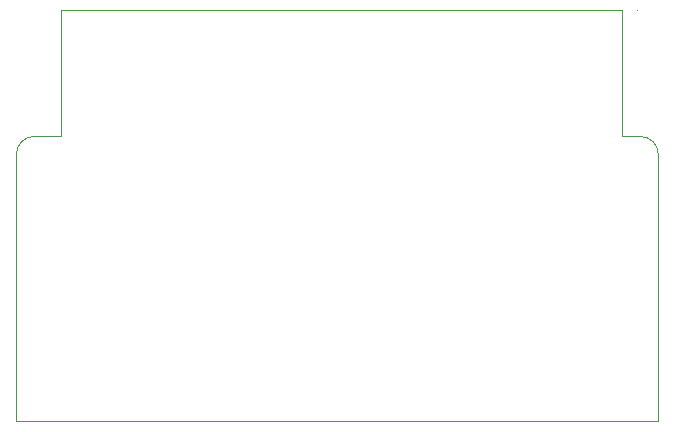
<source format=gbr>
%TF.GenerationSoftware,KiCad,Pcbnew,(5.1.6)-1*%
%TF.CreationDate,2022-11-08T14:58:38-05:00*%
%TF.ProjectId,PICO-AT,5049434f-2d41-4542-9e6b-696361645f70,rev?*%
%TF.SameCoordinates,Original*%
%TF.FileFunction,Profile,NP*%
%FSLAX46Y46*%
G04 Gerber Fmt 4.6, Leading zero omitted, Abs format (unit mm)*
G04 Created by KiCad (PCBNEW (5.1.6)-1) date 2022-11-08 14:58:38*
%MOMM*%
%LPD*%
G01*
G04 APERTURE LIST*
%TA.AperFunction,Profile*%
%ADD10C,0.050000*%
%TD*%
G04 APERTURE END LIST*
D10*
X121666000Y-99060000D02*
G75*
G02*
X123190000Y-97536000I1524000J0D01*
G01*
X174498000Y-97536000D02*
G75*
G02*
X176022000Y-99060000I0J-1524000D01*
G01*
X125476000Y-97536000D02*
X123190000Y-97536000D01*
X125476000Y-97536000D02*
X125476000Y-86868000D01*
X172974000Y-97536000D02*
X172974000Y-86868000D01*
X174498000Y-97536000D02*
X172974000Y-97536000D01*
X121666000Y-121666000D02*
X121666000Y-99060000D01*
X174244000Y-86868000D02*
X174244000Y-86868000D01*
X176022000Y-121666000D02*
X176022000Y-99060000D01*
X121666000Y-121666000D02*
X176022000Y-121666000D01*
X125476000Y-86868000D02*
X172974000Y-86868000D01*
M02*

</source>
